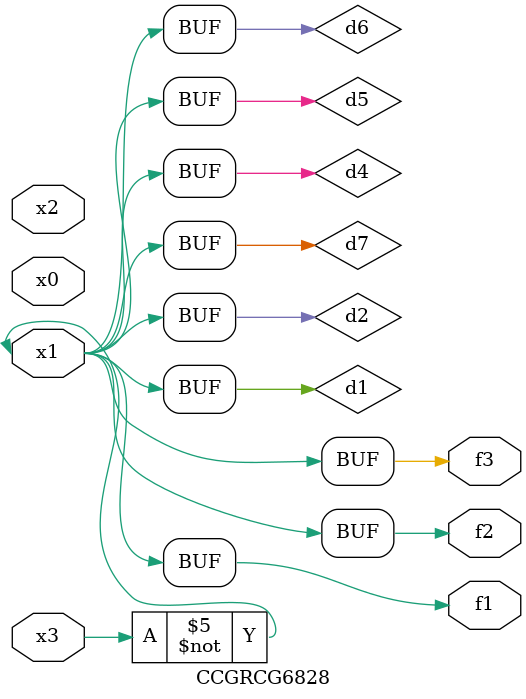
<source format=v>
module CCGRCG6828(
	input x0, x1, x2, x3,
	output f1, f2, f3
);

	wire d1, d2, d3, d4, d5, d6, d7;

	not (d1, x3);
	buf (d2, x1);
	xnor (d3, d1, d2);
	nor (d4, d1);
	buf (d5, d1, d2);
	buf (d6, d4, d5);
	nand (d7, d4);
	assign f1 = d6;
	assign f2 = d7;
	assign f3 = d6;
endmodule

</source>
